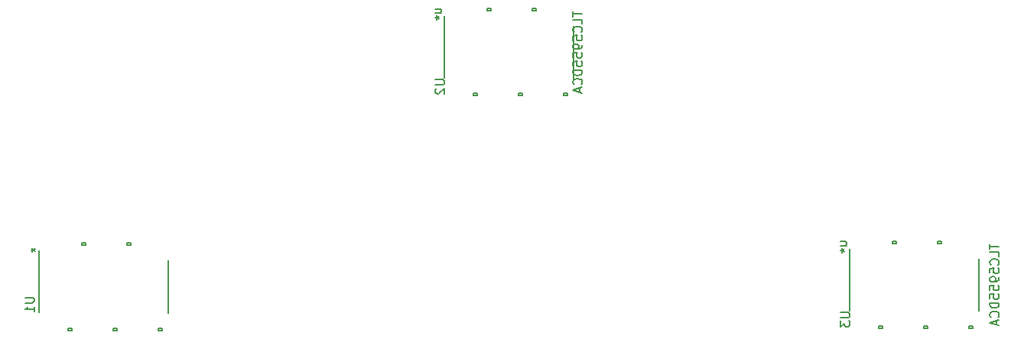
<source format=gbr>
%TF.GenerationSoftware,KiCad,Pcbnew,(5.1.10)-1*%
%TF.CreationDate,2021-06-01T20:39:26-04:00*%
%TF.ProjectId,HabitTracker - Copy (2),48616269-7454-4726-9163-6b6572202d20,rev?*%
%TF.SameCoordinates,Original*%
%TF.FileFunction,Legend,Bot*%
%TF.FilePolarity,Positive*%
%FSLAX46Y46*%
G04 Gerber Fmt 4.6, Leading zero omitted, Abs format (unit mm)*
G04 Created by KiCad (PCBNEW (5.1.10)-1) date 2021-06-01 20:39:26*
%MOMM*%
%LPD*%
G01*
G04 APERTURE LIST*
%ADD10C,0.152400*%
%ADD11C,0.150000*%
G04 APERTURE END LIST*
D10*
%TO.C,U2*%
X152965505Y-99915300D02*
X152584504Y-99915300D01*
X152965505Y-99661300D02*
X152965505Y-99915300D01*
X152584504Y-99661300D02*
X152965505Y-99661300D01*
X152584504Y-99915300D02*
X152584504Y-99661300D01*
X157965494Y-99915300D02*
X157584494Y-99915300D01*
X157965494Y-99661300D02*
X157965494Y-99915300D01*
X157584494Y-99661300D02*
X157965494Y-99661300D01*
X157584494Y-99915300D02*
X157584494Y-99661300D01*
X161465488Y-109084700D02*
X161084487Y-109084700D01*
X161465488Y-109338700D02*
X161465488Y-109084700D01*
X161084487Y-109338700D02*
X161465488Y-109338700D01*
X161084487Y-109084700D02*
X161084487Y-109338700D01*
X156465498Y-109084700D02*
X156084498Y-109084700D01*
X156465498Y-109338700D02*
X156465498Y-109084700D01*
X156084498Y-109338700D02*
X156465498Y-109338700D01*
X156084498Y-109084700D02*
X156084498Y-109338700D01*
X151465508Y-109084700D02*
X151084508Y-109084700D01*
X151465508Y-109338700D02*
X151465508Y-109084700D01*
X151084508Y-109338700D02*
X151465508Y-109338700D01*
X151084508Y-109084700D02*
X151084508Y-109338700D01*
X162125001Y-101624918D02*
X162125001Y-107402433D01*
X147874999Y-104799918D02*
X147874999Y-107374920D01*
X147875002Y-100499919D02*
X147875002Y-104183877D01*
X147875002Y-104183877D02*
X147874999Y-104799918D01*
%TO.C,U3*%
X197838505Y-125717381D02*
X197457504Y-125717381D01*
X197838505Y-125463381D02*
X197838505Y-125717381D01*
X197457504Y-125463381D02*
X197838505Y-125463381D01*
X197457504Y-125717381D02*
X197457504Y-125463381D01*
X202838494Y-125717381D02*
X202457494Y-125717381D01*
X202838494Y-125463381D02*
X202838494Y-125717381D01*
X202457494Y-125463381D02*
X202838494Y-125463381D01*
X202457494Y-125717381D02*
X202457494Y-125463381D01*
X206338488Y-134886781D02*
X205957487Y-134886781D01*
X206338488Y-135140781D02*
X206338488Y-134886781D01*
X205957487Y-135140781D02*
X206338488Y-135140781D01*
X205957487Y-134886781D02*
X205957487Y-135140781D01*
X201338498Y-134886781D02*
X200957498Y-134886781D01*
X201338498Y-135140781D02*
X201338498Y-134886781D01*
X200957498Y-135140781D02*
X201338498Y-135140781D01*
X200957498Y-134886781D02*
X200957498Y-135140781D01*
X196338508Y-134886781D02*
X195957508Y-134886781D01*
X196338508Y-135140781D02*
X196338508Y-134886781D01*
X195957508Y-135140781D02*
X196338508Y-135140781D01*
X195957508Y-134886781D02*
X195957508Y-135140781D01*
X206998001Y-127426999D02*
X206998001Y-133204514D01*
X192747999Y-130601999D02*
X192747999Y-133177001D01*
X192748002Y-126302000D02*
X192748002Y-129985958D01*
X192748002Y-129985958D02*
X192747999Y-130601999D01*
%TO.C,U1*%
X103000002Y-130183877D02*
X102999999Y-130799918D01*
X103000002Y-126499919D02*
X103000002Y-130183877D01*
X102999999Y-130799918D02*
X102999999Y-133374920D01*
X117250001Y-127624918D02*
X117250001Y-133402433D01*
X106209508Y-135084700D02*
X106209508Y-135338700D01*
X106209508Y-135338700D02*
X106590508Y-135338700D01*
X106590508Y-135338700D02*
X106590508Y-135084700D01*
X106590508Y-135084700D02*
X106209508Y-135084700D01*
X111209498Y-135084700D02*
X111209498Y-135338700D01*
X111209498Y-135338700D02*
X111590498Y-135338700D01*
X111590498Y-135338700D02*
X111590498Y-135084700D01*
X111590498Y-135084700D02*
X111209498Y-135084700D01*
X116209487Y-135084700D02*
X116209487Y-135338700D01*
X116209487Y-135338700D02*
X116590488Y-135338700D01*
X116590488Y-135338700D02*
X116590488Y-135084700D01*
X116590488Y-135084700D02*
X116209487Y-135084700D01*
X112709494Y-125915300D02*
X112709494Y-125661300D01*
X112709494Y-125661300D02*
X113090494Y-125661300D01*
X113090494Y-125661300D02*
X113090494Y-125915300D01*
X113090494Y-125915300D02*
X112709494Y-125915300D01*
X107709504Y-125915300D02*
X107709504Y-125661300D01*
X107709504Y-125661300D02*
X108090505Y-125661300D01*
X108090505Y-125661300D02*
X108090505Y-125915300D01*
X108090505Y-125915300D02*
X107709504Y-125915300D01*
%TO.C,U2*%
D11*
X146857380Y-107548014D02*
X147666904Y-107548014D01*
X147762142Y-107595633D01*
X147809761Y-107643252D01*
X147857380Y-107738490D01*
X147857380Y-107928966D01*
X147809761Y-108024204D01*
X147762142Y-108071823D01*
X147666904Y-108119442D01*
X146857380Y-108119442D01*
X146952619Y-108548014D02*
X146905000Y-108595633D01*
X146857380Y-108690871D01*
X146857380Y-108928966D01*
X146905000Y-109024204D01*
X146952619Y-109071823D01*
X147047857Y-109119442D01*
X147143095Y-109119442D01*
X147285952Y-109071823D01*
X147857380Y-108500395D01*
X147857380Y-109119442D01*
X162097380Y-99976109D02*
X162097380Y-100547538D01*
X163097380Y-100261823D02*
X162097380Y-100261823D01*
X163097380Y-101357061D02*
X163097380Y-100880871D01*
X162097380Y-100880871D01*
X163002142Y-102261823D02*
X163049761Y-102214204D01*
X163097380Y-102071347D01*
X163097380Y-101976109D01*
X163049761Y-101833252D01*
X162954523Y-101738014D01*
X162859285Y-101690395D01*
X162668809Y-101642776D01*
X162525952Y-101642776D01*
X162335476Y-101690395D01*
X162240238Y-101738014D01*
X162145000Y-101833252D01*
X162097380Y-101976109D01*
X162097380Y-102071347D01*
X162145000Y-102214204D01*
X162192619Y-102261823D01*
X162097380Y-103166585D02*
X162097380Y-102690395D01*
X162573571Y-102642776D01*
X162525952Y-102690395D01*
X162478333Y-102785633D01*
X162478333Y-103023728D01*
X162525952Y-103118966D01*
X162573571Y-103166585D01*
X162668809Y-103214204D01*
X162906904Y-103214204D01*
X163002142Y-103166585D01*
X163049761Y-103118966D01*
X163097380Y-103023728D01*
X163097380Y-102785633D01*
X163049761Y-102690395D01*
X163002142Y-102642776D01*
X163097380Y-103690395D02*
X163097380Y-103880871D01*
X163049761Y-103976109D01*
X163002142Y-104023728D01*
X162859285Y-104118966D01*
X162668809Y-104166585D01*
X162287857Y-104166585D01*
X162192619Y-104118966D01*
X162145000Y-104071347D01*
X162097380Y-103976109D01*
X162097380Y-103785633D01*
X162145000Y-103690395D01*
X162192619Y-103642776D01*
X162287857Y-103595157D01*
X162525952Y-103595157D01*
X162621190Y-103642776D01*
X162668809Y-103690395D01*
X162716428Y-103785633D01*
X162716428Y-103976109D01*
X162668809Y-104071347D01*
X162621190Y-104118966D01*
X162525952Y-104166585D01*
X162097380Y-105071347D02*
X162097380Y-104595157D01*
X162573571Y-104547538D01*
X162525952Y-104595157D01*
X162478333Y-104690395D01*
X162478333Y-104928490D01*
X162525952Y-105023728D01*
X162573571Y-105071347D01*
X162668809Y-105118966D01*
X162906904Y-105118966D01*
X163002142Y-105071347D01*
X163049761Y-105023728D01*
X163097380Y-104928490D01*
X163097380Y-104690395D01*
X163049761Y-104595157D01*
X163002142Y-104547538D01*
X162097380Y-106023728D02*
X162097380Y-105547538D01*
X162573571Y-105499919D01*
X162525952Y-105547538D01*
X162478333Y-105642776D01*
X162478333Y-105880871D01*
X162525952Y-105976109D01*
X162573571Y-106023728D01*
X162668809Y-106071347D01*
X162906904Y-106071347D01*
X163002142Y-106023728D01*
X163049761Y-105976109D01*
X163097380Y-105880871D01*
X163097380Y-105642776D01*
X163049761Y-105547538D01*
X163002142Y-105499919D01*
X163097380Y-106499919D02*
X162097380Y-106499919D01*
X162097380Y-106738014D01*
X162145000Y-106880871D01*
X162240238Y-106976109D01*
X162335476Y-107023728D01*
X162525952Y-107071347D01*
X162668809Y-107071347D01*
X162859285Y-107023728D01*
X162954523Y-106976109D01*
X163049761Y-106880871D01*
X163097380Y-106738014D01*
X163097380Y-106499919D01*
X163002142Y-108071347D02*
X163049761Y-108023728D01*
X163097380Y-107880871D01*
X163097380Y-107785633D01*
X163049761Y-107642776D01*
X162954523Y-107547538D01*
X162859285Y-107499919D01*
X162668809Y-107452299D01*
X162525952Y-107452299D01*
X162335476Y-107499919D01*
X162240238Y-107547538D01*
X162145000Y-107642776D01*
X162097380Y-107785633D01*
X162097380Y-107880871D01*
X162145000Y-108023728D01*
X162192619Y-108071347D01*
X162811666Y-108452299D02*
X162811666Y-108928490D01*
X163097380Y-108357061D02*
X162097380Y-108690395D01*
X163097380Y-109023728D01*
X146809714Y-100142204D02*
X147476380Y-100142204D01*
X146809714Y-99713633D02*
X147333523Y-99713633D01*
X147428761Y-99761252D01*
X147476380Y-99856490D01*
X147476380Y-99999347D01*
X147428761Y-100094585D01*
X147381142Y-100142204D01*
X146857380Y-100689919D02*
X147095476Y-100689919D01*
X147000238Y-100451823D02*
X147095476Y-100689919D01*
X147000238Y-100928014D01*
X147285952Y-100547061D02*
X147095476Y-100689919D01*
X147285952Y-100832776D01*
%TO.C,U3*%
X191730380Y-133350095D02*
X192539904Y-133350095D01*
X192635142Y-133397714D01*
X192682761Y-133445333D01*
X192730380Y-133540571D01*
X192730380Y-133731047D01*
X192682761Y-133826285D01*
X192635142Y-133873904D01*
X192539904Y-133921523D01*
X191730380Y-133921523D01*
X191730380Y-134302476D02*
X191730380Y-134921523D01*
X192111333Y-134588190D01*
X192111333Y-134731047D01*
X192158952Y-134826285D01*
X192206571Y-134873904D01*
X192301809Y-134921523D01*
X192539904Y-134921523D01*
X192635142Y-134873904D01*
X192682761Y-134826285D01*
X192730380Y-134731047D01*
X192730380Y-134445333D01*
X192682761Y-134350095D01*
X192635142Y-134302476D01*
X208240380Y-125778190D02*
X208240380Y-126349619D01*
X209240380Y-126063904D02*
X208240380Y-126063904D01*
X209240380Y-127159142D02*
X209240380Y-126682952D01*
X208240380Y-126682952D01*
X209145142Y-128063904D02*
X209192761Y-128016285D01*
X209240380Y-127873428D01*
X209240380Y-127778190D01*
X209192761Y-127635333D01*
X209097523Y-127540095D01*
X209002285Y-127492476D01*
X208811809Y-127444857D01*
X208668952Y-127444857D01*
X208478476Y-127492476D01*
X208383238Y-127540095D01*
X208288000Y-127635333D01*
X208240380Y-127778190D01*
X208240380Y-127873428D01*
X208288000Y-128016285D01*
X208335619Y-128063904D01*
X208240380Y-128968666D02*
X208240380Y-128492476D01*
X208716571Y-128444857D01*
X208668952Y-128492476D01*
X208621333Y-128587714D01*
X208621333Y-128825809D01*
X208668952Y-128921047D01*
X208716571Y-128968666D01*
X208811809Y-129016285D01*
X209049904Y-129016285D01*
X209145142Y-128968666D01*
X209192761Y-128921047D01*
X209240380Y-128825809D01*
X209240380Y-128587714D01*
X209192761Y-128492476D01*
X209145142Y-128444857D01*
X209240380Y-129492476D02*
X209240380Y-129682952D01*
X209192761Y-129778190D01*
X209145142Y-129825809D01*
X209002285Y-129921047D01*
X208811809Y-129968666D01*
X208430857Y-129968666D01*
X208335619Y-129921047D01*
X208288000Y-129873428D01*
X208240380Y-129778190D01*
X208240380Y-129587714D01*
X208288000Y-129492476D01*
X208335619Y-129444857D01*
X208430857Y-129397238D01*
X208668952Y-129397238D01*
X208764190Y-129444857D01*
X208811809Y-129492476D01*
X208859428Y-129587714D01*
X208859428Y-129778190D01*
X208811809Y-129873428D01*
X208764190Y-129921047D01*
X208668952Y-129968666D01*
X208240380Y-130873428D02*
X208240380Y-130397238D01*
X208716571Y-130349619D01*
X208668952Y-130397238D01*
X208621333Y-130492476D01*
X208621333Y-130730571D01*
X208668952Y-130825809D01*
X208716571Y-130873428D01*
X208811809Y-130921047D01*
X209049904Y-130921047D01*
X209145142Y-130873428D01*
X209192761Y-130825809D01*
X209240380Y-130730571D01*
X209240380Y-130492476D01*
X209192761Y-130397238D01*
X209145142Y-130349619D01*
X208240380Y-131825809D02*
X208240380Y-131349619D01*
X208716571Y-131302000D01*
X208668952Y-131349619D01*
X208621333Y-131444857D01*
X208621333Y-131682952D01*
X208668952Y-131778190D01*
X208716571Y-131825809D01*
X208811809Y-131873428D01*
X209049904Y-131873428D01*
X209145142Y-131825809D01*
X209192761Y-131778190D01*
X209240380Y-131682952D01*
X209240380Y-131444857D01*
X209192761Y-131349619D01*
X209145142Y-131302000D01*
X209240380Y-132302000D02*
X208240380Y-132302000D01*
X208240380Y-132540095D01*
X208288000Y-132682952D01*
X208383238Y-132778190D01*
X208478476Y-132825809D01*
X208668952Y-132873428D01*
X208811809Y-132873428D01*
X209002285Y-132825809D01*
X209097523Y-132778190D01*
X209192761Y-132682952D01*
X209240380Y-132540095D01*
X209240380Y-132302000D01*
X209145142Y-133873428D02*
X209192761Y-133825809D01*
X209240380Y-133682952D01*
X209240380Y-133587714D01*
X209192761Y-133444857D01*
X209097523Y-133349619D01*
X209002285Y-133302000D01*
X208811809Y-133254380D01*
X208668952Y-133254380D01*
X208478476Y-133302000D01*
X208383238Y-133349619D01*
X208288000Y-133444857D01*
X208240380Y-133587714D01*
X208240380Y-133682952D01*
X208288000Y-133825809D01*
X208335619Y-133873428D01*
X208954666Y-134254380D02*
X208954666Y-134730571D01*
X209240380Y-134159142D02*
X208240380Y-134492476D01*
X209240380Y-134825809D01*
X191682714Y-125944285D02*
X192349380Y-125944285D01*
X191682714Y-125515714D02*
X192206523Y-125515714D01*
X192301761Y-125563333D01*
X192349380Y-125658571D01*
X192349380Y-125801428D01*
X192301761Y-125896666D01*
X192254142Y-125944285D01*
X191730380Y-126492000D02*
X191968476Y-126492000D01*
X191873238Y-126253904D02*
X191968476Y-126492000D01*
X191873238Y-126730095D01*
X192158952Y-126349142D02*
X191968476Y-126492000D01*
X192158952Y-126634857D01*
%TO.C,U1*%
X101423580Y-131719214D02*
X102233104Y-131719214D01*
X102328342Y-131766833D01*
X102375961Y-131814452D01*
X102423580Y-131909690D01*
X102423580Y-132100166D01*
X102375961Y-132195404D01*
X102328342Y-132243023D01*
X102233104Y-132290642D01*
X101423580Y-132290642D01*
X102423580Y-133290642D02*
X102423580Y-132719214D01*
X102423580Y-133004928D02*
X101423580Y-133004928D01*
X101566438Y-132909690D01*
X101661676Y-132814452D01*
X101709295Y-132719214D01*
X102083980Y-126435919D02*
X102322076Y-126435919D01*
X102226838Y-126197823D02*
X102322076Y-126435919D01*
X102226838Y-126674014D01*
X102512552Y-126293061D02*
X102322076Y-126435919D01*
X102512552Y-126578776D01*
%TD*%
M02*

</source>
